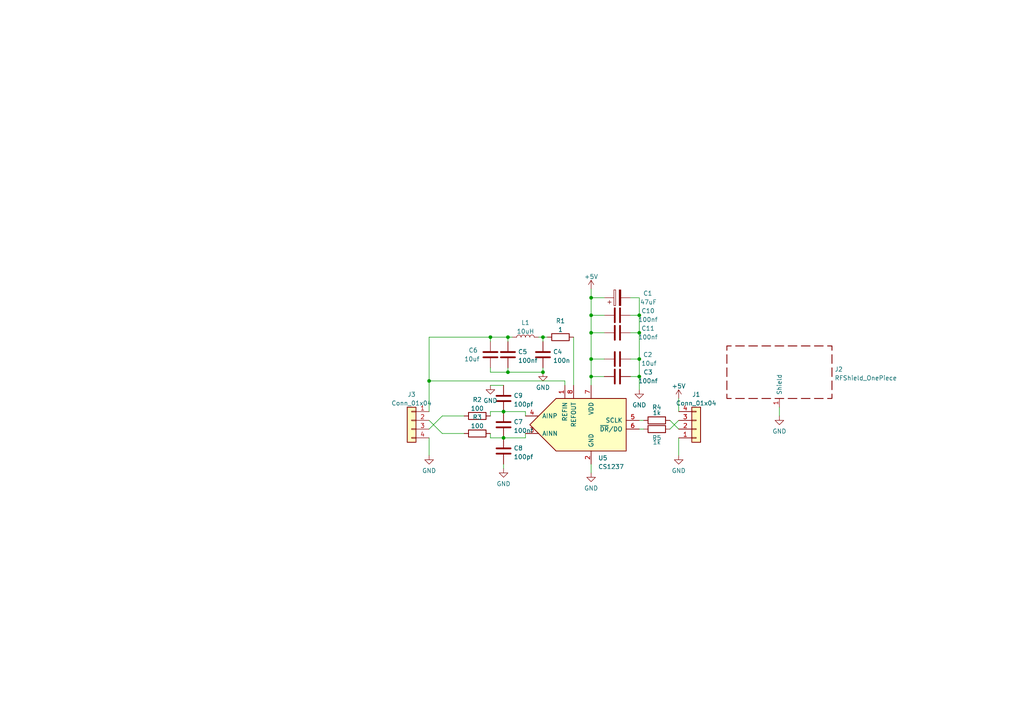
<source format=kicad_sch>
(kicad_sch (version 20211123) (generator eeschema)
  (paper "A4")
  (lib_symbols
    (symbol "Connector_Generic:Conn_01x04" (pin_names (offset 1.016) hide)
      (property "Reference" "J" (at 0 5.08 0))
      (property "Value" "Conn_01x04" (at 0 -7.62 0))
      (symbol "Conn_01x04_1_1"
        (rectangle (start -1.27 -4.953) (end 0 -5.207) (stroke (width 0.1524)))
        (rectangle (start -1.27 -2.413) (end 0 -2.667) (stroke (width 0.1524)))
        (rectangle (start -1.27 0.127) (end 0 -0.127) (stroke (width 0.1524)))
        (rectangle (start -1.27 2.667) (end 0 2.413) (stroke (width 0.1524)))
        (rectangle (start -1.27 3.81) (end 1.27 -6.35) (stroke (width 0.254)) (fill (type background)))
        (pin passive line (at -5.08 2.54 0) (length 3.81) (name "Pin_1") (number "1"))
        (pin passive line (at -5.08 0 0) (length 3.81) (name "Pin_2") (number "2"))
        (pin passive line (at -5.08 -2.54 0) (length 3.81) (name "Pin_3") (number "3"))
        (pin passive line (at -5.08 -5.08 0) (length 3.81) (name "Pin_4") (number "4"))
      )
    )
    (symbol "Device:C" (pin_numbers hide) (pin_names (offset 0.254))
      (property "Reference" "C" (at 0.635 2.54 0))
      (property "Value" "C" (at 0.635 -2.54 0))
      (symbol "C_0_1"
        (polyline (pts (xy -2.032 -0.762) (xy 2.032 -0.762)) (stroke (width 0.508)))
        (polyline (pts (xy -2.032 0.762) (xy 2.032 0.762)) (stroke (width 0.508)))
      )
      (symbol "C_1_1"
        (pin passive line (at 0 3.81 270) (length 2.794) (name "~") (number "1"))
        (pin passive line (at 0 -3.81 90) (length 2.794) (name "~") (number "2"))
      )
    )
    (symbol "Device:C_Polarized" (pin_numbers hide) (pin_names (offset 0.254))
      (property "Reference" "C" (at 0.635 2.54 0))
      (property "Value" "C_Polarized" (at 0.635 -2.54 0))
      (symbol "C_Polarized_0_1"
        (rectangle (start -2.286 0.508) (end 2.286 1.016))
        (polyline (pts (xy -1.778 2.286) (xy -0.762 2.286)))
        (polyline (pts (xy -1.27 2.794) (xy -1.27 1.778)))
        (rectangle (start 2.286 -0.508) (end -2.286 -1.016) (fill (type outline)))
      )
      (symbol "C_Polarized_1_1"
        (pin passive line (at 0 3.81 270) (length 2.794) (name "~") (number "1"))
        (pin passive line (at 0 -3.81 90) (length 2.794) (name "~") (number "2"))
      )
    )
    (symbol "Device:L" (pin_numbers hide) (pin_names (offset 1.016) hide)
      (property "Reference" "L" (at -1.27 0 90))
      (property "Value" "L" (at 1.905 0 90))
      (symbol "L_0_1"
        (arc (start 0 -2.54) (mid 0.635 -1.905) (end 0 -1.27))
        (arc (start 0 -1.27) (mid 0.635 -0.635) (end 0 0))
        (arc (start 0 0) (mid 0.635 0.635) (end 0 1.27))
        (arc (start 0 1.27) (mid 0.635 1.905) (end 0 2.54))
      )
      (symbol "L_1_1"
        (pin passive line (at 0 3.81 270) (length 1.27) (name "1") (number "1"))
        (pin passive line (at 0 -3.81 90) (length 1.27) (name "2") (number "2"))
      )
    )
    (symbol "Device:R" (pin_numbers hide) (pin_names (offset 0))
      (property "Reference" "R" (at 2.032 0 90))
      (property "Value" "R" (at 0 0 90))
      (symbol "R_0_1"
        (rectangle (start -1.016 -2.54) (end 1.016 2.54) (stroke (width 0.254)))
      )
      (symbol "R_1_1"
        (pin passive line (at 0 3.81 270) (length 1.27) (name "~") (number "1"))
        (pin passive line (at 0 -3.81 90) (length 1.27) (name "~") (number "2"))
      )
    )
    (symbol "Device:RFShield_OnePiece" (pin_names (offset 1.016))
      (property "Reference" "J" (at 0 5.08 0))
      (property "Value" "RFShield_OnePiece" (at 0 2.54 0))
      (symbol "RFShield_OnePiece_0_1"
        (polyline (pts (xy -15.24 -5.08) (xy -15.24 -2.54)) (stroke (width 0.254)))
        (polyline (pts (xy -15.24 -1.27) (xy -15.24 1.27)) (stroke (width 0.254)))
        (polyline (pts (xy -15.24 2.54) (xy -15.24 5.08)) (stroke (width 0.254)))
        (polyline (pts (xy -12.7 7.62) (xy -10.16 7.62)) (stroke (width 0.254)))
        (polyline (pts (xy -10.16 -7.62) (xy -12.7 -7.62)) (stroke (width 0.254)))
        (polyline (pts (xy -6.35 -7.62) (xy -8.89 -7.62)) (stroke (width 0.254)))
        (polyline (pts (xy -6.35 7.62) (xy -8.89 7.62)) (stroke (width 0.254)))
        (polyline (pts (xy -2.54 -7.62) (xy -5.08 -7.62)) (stroke (width 0.254)))
        (polyline (pts (xy -2.54 7.62) (xy -5.08 7.62)) (stroke (width 0.254)))
        (polyline (pts (xy -1.27 -7.62) (xy 1.27 -7.62)) (stroke (width 0.254)))
        (polyline (pts (xy 1.27 7.62) (xy -1.27 7.62)) (stroke (width 0.254)))
        (polyline (pts (xy 2.54 -7.62) (xy 5.08 -7.62)) (stroke (width 0.254)))
        (polyline (pts (xy 5.08 7.62) (xy 2.54 7.62)) (stroke (width 0.254)))
        (polyline (pts (xy 6.35 -7.62) (xy 8.89 -7.62)) (stroke (width 0.254)))
        (polyline (pts (xy 8.89 7.62) (xy 6.35 7.62)) (stroke (width 0.254)))
        (polyline (pts (xy 10.16 -7.62) (xy 12.7 -7.62)) (stroke (width 0.254)))
        (polyline (pts (xy 12.7 7.62) (xy 10.16 7.62)) (stroke (width 0.254)))
        (polyline (pts (xy 15.24 -5.08) (xy 15.24 -2.54)) (stroke (width 0.254)))
        (polyline (pts (xy 15.24 -1.27) (xy 15.24 1.27)) (stroke (width 0.254)))
        (polyline (pts (xy 15.24 2.54) (xy 15.24 5.08)) (stroke (width 0.254)))
        (polyline (pts (xy -15.24 6.35) (xy -15.24 7.62) (xy -13.97 7.62)) (stroke (width 0.254)))
        (polyline (pts (xy -13.97 -7.62) (xy -15.24 -7.62) (xy -15.24 -6.35)) (stroke (width 0.254)))
        (polyline (pts (xy 13.97 -7.62) (xy 15.24 -7.62) (xy 15.24 -6.35)) (stroke (width 0.254)))
        (polyline (pts (xy 15.24 6.35) (xy 15.24 7.62) (xy 13.97 7.62)) (stroke (width 0.254)))
      )
      (symbol "RFShield_OnePiece_1_1"
        (pin passive line (at 0 -10.16 90) (length 2.54) (name "Shield") (number "1"))
      )
    )
    (symbol "chipsea:CS1237" (pin_names (offset 1.016))
      (property "Reference" "U?" (at -22.2802 8.2465 0))
      (property "Value" "CS1237" (at -22.2802 5.7096 0))
      (symbol "CS1237_0_1"
        (polyline (pts (xy -10.16 7.62) (xy 10.16 7.62) (xy 10.16 0) (xy 10.16 -7.62) (xy -10.16 -7.62) (xy -17.78 0) (xy -10.16 7.62)) (stroke (width 0.254)) (fill (type background)))
      )
      (symbol "CS1237_1_1"
        (pin input line (at -7.62 11.43 270) (length 3.81) (name "REFIN") (number "1"))
        (pin power_in line (at 0 -11.43 90) (length 3.81) (name "GND") (number "2"))
        (pin passive line (at -19.05 -2.54 0) (length 3.81) (name "AINN") (number "3"))
        (pin passive line (at -19.05 2.54 0) (length 3.81) (name "AINP") (number "4"))
        (pin input line (at 13.97 1.27 180) (length 3.81) (name "SCLK") (number "5"))
        (pin output line (at 13.97 -1.27 180) (length 3.81) (name "~{DR}/DO") (number "6"))
        (pin power_in line (at 0 11.43 270) (length 3.81) (name "VDD") (number "7"))
        (pin power_out line (at -5.08 11.43 270) (length 3.81) (name "REFOUT") (number "8"))
      )
    )
    (symbol "power:+5V" (power) (pin_names (offset 0))
      (property "Value" "+5V" (at 0 3.556 0))
      (symbol "+5V_0_1"
        (polyline (pts (xy -0.762 1.27) (xy 0 2.54)))
        (polyline (pts (xy 0 0) (xy 0 2.54)))
        (polyline (pts (xy 0 2.54) (xy 0.762 1.27)))
      )
      (symbol "+5V_1_1"
        (pin power_in line (at 0 0 90) (length 0) hide (name "+5V") (number "1"))
      )
    )
    (symbol "power:GND" (power) (pin_names (offset 0))
      (property "Value" "GND" (at 0 -3.81 0))
      (symbol "GND_0_1"
        (polyline (pts (xy 0 0) (xy 0 -1.27) (xy 1.27 -1.27) (xy 0 -2.54) (xy -1.27 -1.27) (xy 0 -1.27)))
      )
      (symbol "GND_1_1"
        (pin power_in line (at 0 0 270) (length 0) hide (name "GND") (number "1"))
      )
    )
  )
  (junction (at 185.42 96.52))
  (junction (at 185.42 91.44))
  (junction (at 147.32 97.79))
  (junction (at 171.45 91.44))
  (junction (at 157.48 107.95))
  (junction (at 157.48 97.79))
  (junction (at 146.05 119.38))
  (junction (at 171.45 96.52))
  (junction (at 146.05 127))
  (junction (at 124.46 110.49))
  (junction (at 142.24 97.79))
  (junction (at 147.32 107.95))
  (junction (at 185.42 109.22))
  (junction (at 171.45 109.22))
  (junction (at 171.45 86.36))
  (junction (at 185.42 104.14))
  (junction (at 171.45 104.14))
  (wire (pts (xy 142.24 111.76) (xy 146.05 111.76)))
  (wire (pts (xy 175.26 104.14) (xy 171.45 104.14)))
  (wire (pts (xy 175.26 86.36) (xy 171.45 86.36)))
  (wire (pts (xy 124.46 124.46) (xy 128.27 120.65)))
  (wire (pts (xy 166.37 97.79) (xy 166.37 111.76)))
  (wire (pts (xy 186.69 124.46) (xy 185.42 124.46)))
  (wire (pts (xy 182.88 96.52) (xy 185.42 96.52)))
  (wire (pts (xy 185.42 109.22) (xy 185.42 104.14)))
  (wire (pts (xy 171.45 104.14) (xy 171.45 109.22)))
  (wire (pts (xy 182.88 109.22) (xy 185.42 109.22)))
  (wire (pts (xy 142.24 119.38) (xy 142.24 120.65)))
  (wire (pts (xy 146.05 127) (xy 152.4 127)))
  (wire (pts (xy 186.69 121.92) (xy 185.42 121.92)))
  (wire (pts (xy 171.45 134.62) (xy 171.45 137.16)))
  (wire (pts (xy 142.24 106.68) (xy 142.24 107.95)))
  (wire (pts (xy 124.46 97.79) (xy 142.24 97.79)))
  (wire (pts (xy 185.42 91.44) (xy 185.42 86.36)))
  (wire (pts (xy 147.32 107.95) (xy 157.48 107.95)))
  (wire (pts (xy 146.05 119.38) (xy 152.4 119.38)))
  (wire (pts (xy 175.26 91.44) (xy 171.45 91.44)))
  (wire (pts (xy 171.45 91.44) (xy 171.45 96.52)))
  (wire (pts (xy 226.06 118.11) (xy 226.06 120.65)))
  (wire (pts (xy 175.26 96.52) (xy 171.45 96.52)))
  (wire (pts (xy 175.26 109.22) (xy 171.45 109.22)))
  (wire (pts (xy 171.45 96.52) (xy 171.45 104.14)))
  (wire (pts (xy 182.88 104.14) (xy 185.42 104.14)))
  (wire (pts (xy 163.83 110.49) (xy 124.46 110.49)))
  (wire (pts (xy 142.24 127) (xy 146.05 127)))
  (wire (pts (xy 158.75 97.79) (xy 157.48 97.79)))
  (wire (pts (xy 157.48 107.95) (xy 157.48 106.68)))
  (wire (pts (xy 157.48 99.06) (xy 157.48 97.79)))
  (wire (pts (xy 171.45 86.36) (xy 171.45 91.44)))
  (wire (pts (xy 194.31 121.92) (xy 196.85 124.46)))
  (wire (pts (xy 142.24 99.06) (xy 142.24 97.79)))
  (wire (pts (xy 124.46 110.49) (xy 124.46 97.79)))
  (wire (pts (xy 171.45 83.82) (xy 171.45 86.36)))
  (wire (pts (xy 142.24 107.95) (xy 147.32 107.95)))
  (wire (pts (xy 157.48 97.79) (xy 156.21 97.79)))
  (wire (pts (xy 163.83 111.76) (xy 163.83 110.49)))
  (wire (pts (xy 194.31 124.46) (xy 196.85 121.92)))
  (wire (pts (xy 147.32 97.79) (xy 148.59 97.79)))
  (wire (pts (xy 185.42 104.14) (xy 185.42 96.52)))
  (wire (pts (xy 146.05 135.89) (xy 146.05 134.62)))
  (wire (pts (xy 124.46 119.38) (xy 124.46 110.49)))
  (wire (pts (xy 142.24 119.38) (xy 146.05 119.38)))
  (wire (pts (xy 185.42 113.03) (xy 185.42 109.22)))
  (wire (pts (xy 196.85 115.57) (xy 196.85 119.38)))
  (wire (pts (xy 147.32 106.68) (xy 147.32 107.95)))
  (wire (pts (xy 124.46 121.92) (xy 128.27 125.73)))
  (wire (pts (xy 152.4 119.38) (xy 152.4 120.65)))
  (wire (pts (xy 185.42 86.36) (xy 182.88 86.36)))
  (wire (pts (xy 128.27 120.65) (xy 134.62 120.65)))
  (wire (pts (xy 142.24 125.73) (xy 142.24 127)))
  (wire (pts (xy 171.45 111.76) (xy 171.45 109.22)))
  (wire (pts (xy 185.42 96.52) (xy 185.42 91.44)))
  (wire (pts (xy 142.24 97.79) (xy 147.32 97.79)))
  (wire (pts (xy 182.88 91.44) (xy 185.42 91.44)))
  (wire (pts (xy 147.32 99.06) (xy 147.32 97.79)))
  (wire (pts (xy 124.46 127) (xy 124.46 132.08)))
  (wire (pts (xy 196.85 127) (xy 196.85 132.08)))
  (wire (pts (xy 152.4 127) (xy 152.4 125.73)))
  (wire (pts (xy 128.27 125.73) (xy 134.62 125.73)))
  (symbol (lib_id "power:GND") (at 196.85 132.08 0) (unit 1)
    (property "Reference" "#PWR0102" (effects hide))
    (property "Value" "GND" (at 196.85 136.5234 0))
  )
  (symbol (lib_id "power:GND") (at 142.24 111.76 0) (unit 1)
    (property "Reference" "#PWR01" (effects hide))
    (property "Value" "GND" (at 142.24 116.2034 0))
  )
  (symbol (lib_id "Device:C") (at 179.07 96.52 90) (unit 1)
    (property "Reference" "C11" (at 187.96 95.25 90))
    (property "Value" "100nf" (at 187.96 97.79 90))
    (property "Footprint" "Capacitor_SMD:C_0603_1608Metric" (effects hide))
  )
  (symbol (lib_id "Device:C") (at 142.24 102.87 0) (unit 1)
    (property "Reference" "C6" (at 135.89 101.6 0) (effects (justify left)))
    (property "Value" "10uf" (at 134.62 104.14 0) (effects (justify left)))
    (property "Footprint" "Capacitor_SMD:C_0805_2012Metric" (effects hide))
  )
  (symbol (lib_id "Device:C") (at 146.05 115.57 0) (unit 1)
    (property "Reference" "C9" (at 148.971 114.7353 0) (effects (justify left)))
    (property "Value" "100pf" (at 148.971 117.2722 0) (effects (justify left)))
    (property "Footprint" "Capacitor_SMD:C_0402_1005Metric" (effects hide))
  )
  (symbol (lib_id "Device:C_Polarized") (at 179.07 86.36 90) (unit 1)
    (property "Reference" "C1" (at 189.23 85.09 90) (effects (justify left)))
    (property "Value" "47uF" (at 190.5 87.63 90) (effects (justify left)))
    (property "Footprint" "Capacitor_Tantalum_SMD:CP_EIA-3216-18_Kemet-A" (effects hide))
  )
  (symbol (lib_id "Connector_Generic:Conn_01x04") (at 201.93 124.46 0) (mirror x) (unit 1)
    (property "Reference" "J1" (at 201.93 114.4102 0))
    (property "Value" "Conn_01x04" (at 201.93 116.9471 0))
    (property "Footprint" "Connector_PinHeader_2.54mm:PinHeader_1x04_P2.54mm_Vertical" (effects hide))
  )
  (symbol (lib_id "power:GND") (at 171.45 137.16 0) (unit 1)
    (property "Reference" "#PWR0103" (effects hide))
    (property "Value" "GND" (at 171.45 141.6034 0))
  )
  (symbol (lib_id "chipsea:CS1237") (at 171.45 123.19 0) (unit 1)
    (property "Reference" "U5" (at 173.4694 132.8404 0) (effects (justify left)))
    (property "Value" "CS1237" (at 173.4694 135.3773 0) (effects (justify left)))
    (property "Footprint" "Package_SO:SOP-8_3.76x4.96mm_P1.27mm" (effects hide))
    (property "Datasheet" "https://www.chipsea.com/boot/sys/common/static/temp/DS_CS1237_V1.1_CN_1630303167689.1_CN.pdf" (effects hide))
  )
  (symbol (lib_id "Device:R") (at 162.56 97.79 90) (unit 1)
    (property "Reference" "R1" (at 162.56 93.0742 90))
    (property "Value" "1" (at 162.56 95.6111 90))
    (property "Footprint" "Resistor_SMD:R_0603_1608Metric" (effects hide))
  )
  (symbol (lib_id "power:GND") (at 157.48 107.95 0) (unit 1)
    (property "Reference" "#PWR0107" (effects hide))
    (property "Value" "GND" (at 157.48 112.3934 0))
  )
  (symbol (lib_id "Device:C") (at 179.07 109.22 90) (unit 1)
    (property "Reference" "C3" (at 187.96 107.95 90))
    (property "Value" "100nf" (at 187.96 110.49 90))
    (property "Footprint" "Capacitor_SMD:C_0603_1608Metric" (effects hide))
  )
  (symbol (lib_id "Device:L") (at 152.4 97.79 90) (unit 1)
    (property "Reference" "L1" (at 152.4 93.5822 90))
    (property "Value" "10uH" (at 152.4 96.1191 90))
    (property "Footprint" "Inductor_SMD:L_0805_2012Metric" (effects hide))
  )
  (symbol (lib_id "Connector_Generic:Conn_01x04") (at 119.38 121.92 0) (mirror y) (unit 1)
    (property "Reference" "J3" (at 119.38 114.4102 0))
    (property "Value" "Conn_01x04" (at 119.38 116.9471 0))
    (property "Footprint" "pads:pad4_1x1.5mm_Pitch2mm" (effects hide))
  )
  (symbol (lib_id "Device:C") (at 147.32 102.87 0) (unit 1)
    (property "Reference" "C5" (at 150.241 102.0353 0) (effects (justify left)))
    (property "Value" "100nf" (at 150.241 104.5722 0) (effects (justify left)))
    (property "Footprint" "Capacitor_SMD:C_0603_1608Metric" (effects hide))
  )
  (symbol (lib_id "Device:R") (at 138.43 120.65 90) (unit 1)
    (property "Reference" "R2" (at 138.43 115.9342 90))
    (property "Value" "100" (at 138.43 118.4711 90))
    (property "Footprint" "Resistor_SMD:R_0402_1005Metric" (effects hide))
  )
  (symbol (lib_id "Device:C") (at 157.48 102.87 0) (unit 1)
    (property "Reference" "C4" (at 160.401 102.0353 0) (effects (justify left)))
    (property "Value" "100n" (at 160.401 104.5722 0) (effects (justify left)))
    (property "Footprint" "Capacitor_SMD:C_0603_1608Metric" (effects hide))
  )
  (symbol (lib_id "Device:C") (at 179.07 104.14 90) (unit 1)
    (property "Reference" "C2" (at 189.23 102.87 90) (effects (justify left)))
    (property "Value" "10uf" (at 190.5 105.41 90) (effects (justify left)))
    (property "Footprint" "Capacitor_SMD:C_0805_2012Metric" (effects hide))
  )
  (symbol (lib_id "Device:R") (at 190.5 124.46 90) (unit 1)
    (property "Reference" "R5" (at 190.5 127 90))
    (property "Value" "1k" (at 190.5 128.27 90))
    (property "Footprint" "Resistor_SMD:R_0402_1005Metric" (effects hide))
  )
  (symbol (lib_id "power:GND") (at 146.05 135.89 0) (unit 1)
    (property "Reference" "#PWR0105" (effects hide))
    (property "Value" "GND" (at 146.05 140.3334 0))
  )
  (symbol (lib_id "power:GND") (at 185.42 113.03 0) (unit 1)
    (property "Reference" "#PWR0104" (effects hide))
    (property "Value" "GND" (at 185.42 117.4734 0))
  )
  (symbol (lib_id "power:GND") (at 226.06 120.65 0) (unit 1)
    (property "Reference" "#PWR02" (effects hide))
    (property "Value" "GND" (at 226.06 125.0934 0))
  )
  (symbol (lib_id "Device:R") (at 138.43 125.73 90) (unit 1)
    (property "Reference" "R3" (at 138.43 121.0142 90))
    (property "Value" "100" (at 138.43 123.5511 90))
    (property "Footprint" "Resistor_SMD:R_0402_1005Metric" (effects hide))
  )
  (symbol (lib_id "power:+5V") (at 171.45 83.82 0) (unit 1)
    (property "Reference" "#PWR0108" (effects hide))
    (property "Value" "+5V" (at 171.45 80.2442 0))
  )
  (symbol (lib_id "Device:C") (at 146.05 130.81 0) (unit 1)
    (property "Reference" "C8" (at 148.971 129.9753 0) (effects (justify left)))
    (property "Value" "100pf" (at 148.971 132.5122 0) (effects (justify left)))
    (property "Footprint" "Capacitor_SMD:C_0402_1005Metric" (effects hide))
  )
  (symbol (lib_id "Device:RFShield_OnePiece") (at 226.06 107.95 0) (unit 1)
    (property "Reference" "J2" (at 242.062 107.1153 0) (effects (justify left)))
    (property "Value" "RFShield_OnePiece" (at 242.062 109.6522 0) (effects (justify left)))
    (property "Footprint" "pads:Sheild_CS1237MOD" (effects hide))
  )
  (symbol (lib_id "power:+5V") (at 196.85 115.57 0) (unit 1)
    (property "Reference" "#PWR0101" (effects hide))
    (property "Value" "+5V" (at 196.85 111.9942 0))
  )
  (symbol (lib_id "Device:C") (at 179.07 91.44 90) (unit 1)
    (property "Reference" "C10" (at 187.96 90.17 90))
    (property "Value" "100nf" (at 187.96 92.71 90))
    (property "Footprint" "Capacitor_SMD:C_0603_1608Metric" (effects hide))
  )
  (symbol (lib_id "Device:R") (at 190.5 121.92 90) (unit 1)
    (property "Reference" "R4" (at 190.5 118.11 90))
    (property "Value" "1k" (at 190.5 119.7411 90))
    (property "Footprint" "Resistor_SMD:R_0402_1005Metric" (effects hide))
  )
  (symbol (lib_id "Device:C") (at 146.05 123.19 0) (unit 1)
    (property "Reference" "C7" (at 148.971 122.3553 0) (effects (justify left)))
    (property "Value" "100nf" (at 148.971 124.8922 0) (effects (justify left)))
    (property "Footprint" "Capacitor_SMD:C_0402_1005Metric" (effects hide))
  )
  (symbol (lib_id "power:GND") (at 124.46 132.08 0) (unit 1)
    (property "Reference" "#PWR0106" (effects hide))
    (property "Value" "GND" (at 124.46 136.5234 0))
  )
)
</source>
